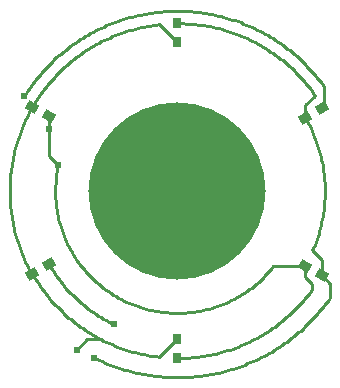
<source format=gtl>
G04*
G04 #@! TF.GenerationSoftware,Altium Limited,Altium Designer,18.0.12 (696)*
G04*
G04 Layer_Physical_Order=1*
G04 Layer_Color=255*
%FSLAX25Y25*%
%MOIN*%
G70*
G01*
G75*
%ADD16C,0.01000*%
%ADD17C,0.59055*%
G04:AMPARAMS|DCode=18|XSize=38mil|YSize=31mil|CornerRadius=0mil|HoleSize=0mil|Usage=FLASHONLY|Rotation=30.000|XOffset=0mil|YOffset=0mil|HoleType=Round|Shape=Rectangle|*
%AMROTATEDRECTD18*
4,1,4,-0.00870,-0.02292,-0.02420,0.00392,0.00870,0.02292,0.02420,-0.00392,-0.00870,-0.02292,0.0*
%
%ADD18ROTATEDRECTD18*%

G04:AMPARAMS|DCode=19|XSize=38mil|YSize=31mil|CornerRadius=0mil|HoleSize=0mil|Usage=FLASHONLY|Rotation=330.000|XOffset=0mil|YOffset=0mil|HoleType=Round|Shape=Rectangle|*
%AMROTATEDRECTD19*
4,1,4,-0.02420,-0.00392,-0.00870,0.02292,0.02420,0.00392,0.00870,-0.02292,-0.02420,-0.00392,0.0*
%
%ADD19ROTATEDRECTD19*%

%ADD20R,0.03100X0.03800*%
%ADD21C,0.02400*%
D16*
X534229Y175457D02*
X535124Y175019D01*
X536025Y174595D01*
X536934Y174185D01*
X537849Y173790D01*
X538770Y173410D01*
X539698Y173044D01*
X540630Y172694D01*
X541569Y172359D01*
X542513Y172038D01*
X543462Y171733D01*
X544415Y171443D01*
X545373Y171169D01*
X546336Y170910D01*
X547302Y170666D01*
X548272Y170438D01*
X549246Y170225D01*
X550223Y170028D01*
X551203Y169847D01*
X552185Y169682D01*
X553171Y169532D01*
X554158Y169398D01*
X555148Y169281D01*
X556140Y169178D01*
X557132Y169092D01*
X558127Y169022D01*
X559122Y168968D01*
X560118Y168930D01*
X561114Y168908D01*
X562111Y168901D01*
X563107Y168911D01*
X564104Y168937D01*
X565099Y168979D01*
X566094Y169036D01*
X567088Y169110D01*
X568081Y169200D01*
X569072Y169305D01*
X570061Y169427D01*
X571048Y169564D01*
X572033Y169717D01*
X573015Y169886D01*
X573994Y170071D01*
X574971Y170271D01*
X575944Y170487D01*
X576913Y170719D01*
X577879Y170966D01*
X578840Y171228D01*
X579797Y171506D01*
X580750Y171800D01*
X581697Y172108D01*
X582640Y172432D01*
X583577Y172771D01*
X584509Y173124D01*
X585435Y173493D01*
X586355Y173876D01*
X587268Y174275D01*
X588175Y174688D01*
X589076Y175115D01*
X589969Y175557D01*
X590855Y176013D01*
X591734Y176483D01*
X592605Y176967D01*
X593468Y177465D01*
X594323Y177977D01*
X595170Y178503D01*
X596008Y179042D01*
X596838Y179594D01*
X597658Y180160D01*
X598470Y180739D01*
X599272Y181330D01*
X600064Y181935D01*
X600846Y182552D01*
X601619Y183182D01*
X602381Y183824D01*
X603133Y184478D01*
X603875Y185144D01*
X604605Y185822D01*
X605325Y186512D01*
X606033Y187213D01*
X606730Y187925D01*
X607416Y188648D01*
X608089Y189383D01*
X608751Y190128D01*
X609401Y190883D01*
X610039Y191649D01*
X610665Y192425D01*
X611277Y193211D01*
X611877Y194007D01*
X612465Y194812D01*
X613039Y195626D01*
X536536Y181569D02*
X537444Y181111D01*
X538362Y180670D01*
X539287Y180246D01*
X540219Y179839D01*
X541159Y179449D01*
X542106Y179076D01*
X543060Y178720D01*
X544020Y178383D01*
X544986Y178062D01*
X545957Y177760D01*
X546935Y177475D01*
X547917Y177208D01*
X548903Y176960D01*
X549895Y176729D01*
X550890Y176517D01*
X551889Y176322D01*
X552891Y176146D01*
X553897Y175989D01*
X554905Y175850D01*
X555915Y175729D01*
X555888Y286519D02*
X554892Y286400D01*
X553898Y286264D01*
X552907Y286109D01*
X551918Y285937D01*
X550933Y285747D01*
X549952Y285540D01*
X548974Y285314D01*
X548001Y285072D01*
X547032Y284811D01*
X546068Y284534D01*
X545109Y284239D01*
X544156Y283927D01*
X543208Y283598D01*
X542266Y283252D01*
X541331Y282889D01*
X540402Y282510D01*
X539481Y282114D01*
X538566Y281701D01*
X537660Y281272D01*
X536761Y280827D01*
X535870Y280365D01*
X534987Y279888D01*
X534114Y279395D01*
X533249Y278886D01*
X532394Y278362D01*
X531548Y277823D01*
X530712Y277268D01*
X529886Y276699D01*
X529070Y276115D01*
X528265Y275516D01*
X527471Y274903D01*
X526688Y274276D01*
X525917Y273635D01*
X525157Y272980D01*
X524409Y272311D01*
X523673Y271630D01*
X522949Y270935D01*
X522238Y270227D01*
X521540Y269506D01*
X520855Y268774D01*
X520184Y268028D01*
X519525Y267271D01*
X518881Y266503D01*
X518250Y265723D01*
X517633Y264931D01*
X517031Y264129D01*
X516443Y263316D01*
X515870Y262493D01*
X515312Y261659D01*
X514769Y260816D01*
X514241Y259963D01*
X513729Y259100D01*
X513729Y203400D02*
X514233Y202536D01*
X514753Y201681D01*
X515288Y200836D01*
X515838Y200001D01*
X516403Y199175D01*
X516983Y198360D01*
X517578Y197556D01*
X518187Y196762D01*
X518810Y195979D01*
X519447Y195208D01*
X520097Y194448D01*
X520762Y193700D01*
X521439Y192964D01*
X522130Y192241D01*
X522834Y191530D01*
X523550Y190832D01*
X524279Y190147D01*
X525020Y189474D01*
X525773Y188816D01*
X526538Y188171D01*
X527314Y187540D01*
X528101Y186923D01*
X528900Y186320D01*
X529709Y185732D01*
X530529Y185159D01*
X531358Y184600D01*
X532198Y184056D01*
X533047Y183528D01*
X533906Y183015D01*
X534774Y182517D01*
X535651Y182035D01*
X536536Y181569D01*
X607045Y211200D02*
X607437Y212118D01*
X607811Y213043D01*
X608166Y213976D01*
X608502Y214916D01*
X608818Y215862D01*
X609116Y216815D01*
X609394Y217773D01*
X609652Y218737D01*
X609891Y219706D01*
X610110Y220680D01*
X610310Y221657D01*
X610489Y222639D01*
X610649Y223624D01*
X610788Y224612D01*
X610908Y225603D01*
X611007Y226596D01*
X611087Y227591D01*
X611145Y228587D01*
X611184Y229585D01*
X611203Y230582D01*
X611201Y231580D01*
X611179Y232578D01*
X611137Y233575D01*
X611075Y234571D01*
X610992Y235566D01*
X610890Y236559D01*
X610767Y237549D01*
X610624Y238537D01*
X610461Y239521D01*
X610278Y240502D01*
X610076Y241480D01*
X609853Y242453D01*
X609611Y243421D01*
X609349Y244384D01*
X609068Y245341D01*
X608768Y246293D01*
X608448Y247238D01*
X608109Y248177D01*
X607751Y249109D01*
X607375Y250033D01*
X606979Y250949D01*
X606566Y251857D01*
X606133Y252757D01*
X605683Y253647D01*
X605215Y254529D01*
X604729Y255400D01*
X522300Y239700D02*
X522097Y238718D01*
X521919Y237731D01*
X521765Y236740D01*
X521636Y235745D01*
X521531Y234748D01*
X521451Y233748D01*
X521395Y232746D01*
X521365Y231744D01*
X521359Y230741D01*
X521378Y229738D01*
X521421Y228736D01*
X521489Y227735D01*
X521582Y226737D01*
X521700Y225741D01*
X521842Y224748D01*
X522008Y223759D01*
X522199Y222774D01*
X522414Y221794D01*
X522653Y220820D01*
X522917Y219852D01*
X523204Y218891D01*
X523514Y217938D01*
X523848Y216992D01*
X524205Y216055D01*
X524586Y215127D01*
X524989Y214208D01*
X525415Y213300D01*
X525862Y212403D01*
X526332Y211517D01*
X526824Y210643D01*
X527337Y209781D01*
X527871Y208932D01*
X528426Y208096D01*
X529002Y207275D01*
X529597Y206468D01*
X530212Y205676D01*
X530847Y204899D01*
X531500Y204138D01*
X532173Y203394D01*
X532863Y202666D01*
X533571Y201956D01*
X534296Y201263D01*
X535039Y200588D01*
X535797Y199932D01*
X536572Y199295D01*
X537362Y198677D01*
X538167Y198079D01*
X538987Y197501D01*
X539820Y196943D01*
X540668Y196406D01*
X541528Y195891D01*
X542400Y195396D01*
X543285Y194923D01*
X544181Y194473D01*
X545088Y194044D01*
X546005Y193638D01*
X546932Y193254D01*
X547867Y192894D01*
X548812Y192557D01*
X549765Y192243D01*
X550725Y191953D01*
X551692Y191687D01*
X552665Y191445D01*
X553644Y191226D01*
X554628Y191032D01*
X555617Y190862D01*
X556609Y190717D01*
X557605Y190596D01*
X558603Y190500D01*
X559604Y190429D01*
X560605Y190382D01*
X561608Y190360D01*
X562611Y190363D01*
X563614Y190390D01*
X564615Y190442D01*
X565615Y190519D01*
X566613Y190621D01*
X567608Y190747D01*
X568600Y190897D01*
X569587Y191072D01*
X570570Y191272D01*
X571548Y191495D01*
X572520Y191743D01*
X573486Y192015D01*
X574444Y192310D01*
X575395Y192629D01*
X576338Y192971D01*
X577272Y193336D01*
X578197Y193725D01*
X579111Y194136D01*
X580016Y194569D01*
X580909Y195025D01*
X581791Y195502D01*
X582661Y196002D01*
X583519Y196522D01*
X584363Y197064D01*
X585194Y197626D01*
X586010Y198208D01*
X586812Y198811D01*
X587599Y199433D01*
X588370Y200074D01*
X589125Y200734D01*
X589864Y201413D01*
X590585Y202109D01*
X591289Y202824D01*
X591976Y203555D01*
X592644Y204303D01*
X593293Y205067D01*
X593924Y205847D01*
X519271Y206600D02*
X519777Y205736D01*
X520299Y204882D01*
X520840Y204039D01*
X521397Y203206D01*
X521971Y202386D01*
X522561Y201577D01*
X523168Y200781D01*
X523791Y199997D01*
X524430Y199226D01*
X525084Y198468D01*
X525754Y197723D01*
X526439Y196993D01*
X527138Y196276D01*
X527852Y195574D01*
X528580Y194887D01*
X529321Y194214D01*
X530077Y193556D01*
X530845Y192915D01*
X531627Y192289D01*
X532421Y191679D01*
X533227Y191085D01*
X534045Y190508D01*
X534875Y189947D01*
X535716Y189404D01*
X536568Y188877D01*
X537430Y188369D01*
X538303Y187878D01*
X539185Y187404D01*
X540077Y186949D01*
X540978Y186512D01*
X611066Y265547D02*
X610486Y266356D01*
X609893Y267156D01*
X609286Y267946D01*
X608667Y268725D01*
X608034Y269495D01*
X607389Y270253D01*
X606732Y271001D01*
X606062Y271738D01*
X605379Y272463D01*
X604685Y273178D01*
X603980Y273880D01*
X603262Y274571D01*
X602534Y275250D01*
X601794Y275916D01*
X601043Y276570D01*
X600281Y277212D01*
X599509Y277841D01*
X598727Y278457D01*
X597934Y279060D01*
X597132Y279649D01*
X596319Y280226D01*
X595498Y280788D01*
X594667Y281337D01*
X593827Y281873D01*
X592979Y282394D01*
X592122Y282901D01*
X591256Y283394D01*
X590383Y283872D01*
X589501Y284335D01*
X588613Y284785D01*
X587716Y285219D01*
X586813Y285638D01*
X585903Y286042D01*
X584986Y286431D01*
X584063Y286805D01*
X583134Y287164D01*
X582199Y287507D01*
X581259Y287834D01*
X580313Y288146D01*
X579362Y288442D01*
X578406Y288722D01*
X577446Y288986D01*
X576482Y289235D01*
X575514Y289467D01*
X574542Y289683D01*
X573566Y289883D01*
X572587Y290067D01*
X571606Y290234D01*
X570621Y290386D01*
X569635Y290521D01*
X568646Y290639D01*
X567655Y290741D01*
X566663Y290827D01*
X565670Y290896D01*
X564675Y290949D01*
X563680Y290985D01*
X562684Y291004D01*
X561689Y291007D01*
X560693Y290994D01*
X559697Y290964D01*
X558703Y290918D01*
X557709Y290855D01*
X556716Y290775D01*
X555725Y290679D01*
X554736Y290567D01*
X553748Y290438D01*
X552763Y290293D01*
X551780Y290132D01*
X550800Y289954D01*
X549824Y289760D01*
X548850Y289550D01*
X547880Y289323D01*
X546914Y289081D01*
X545953Y288823D01*
X544995Y288549D01*
X544043Y288259D01*
X543095Y287953D01*
X542153Y287631D01*
X541216Y287294D01*
X540284Y286941D01*
X539359Y286573D01*
X538440Y286190D01*
X537527Y285791D01*
X536621Y285378D01*
X535722Y284949D01*
X534831Y284506D01*
X533947Y284047D01*
X533070Y283574D01*
X532202Y283087D01*
X531342Y282585D01*
X530490Y282070D01*
X529647Y281540D01*
X528812Y280996D01*
X527987Y280438D01*
X527172Y279867D01*
X526365Y279282D01*
X525569Y278684D01*
X524783Y278073D01*
X524007Y277449D01*
X523241Y276812D01*
X522486Y276163D01*
X521742Y275501D01*
X521009Y274827D01*
X520288Y274140D01*
X519578Y273442D01*
X518879Y272732D01*
X518193Y272011D01*
X517518Y271279D01*
X516856Y270535D01*
X516206Y269780D01*
X515569Y269015D01*
X514944Y268239D01*
X514333Y267453D01*
X513734Y266657D01*
X513149Y265851D01*
X512578Y265036D01*
X512020Y264211D01*
X511476Y263377D01*
X510945Y262534D01*
X562000Y175300D02*
X562992Y175309D01*
X563984Y175335D01*
X564975Y175380D01*
X565965Y175441D01*
X566954Y175521D01*
X567942Y175618D01*
X568927Y175732D01*
X569910Y175865D01*
X570891Y176014D01*
X571869Y176181D01*
X572844Y176366D01*
X573815Y176568D01*
X574783Y176787D01*
X575746Y177023D01*
X576706Y177276D01*
X577660Y177547D01*
X578610Y177834D01*
X579554Y178138D01*
X580493Y178460D01*
X581426Y178797D01*
X582352Y179151D01*
X583273Y179522D01*
X584186Y179909D01*
X585093Y180313D01*
X585992Y180732D01*
X586883Y181167D01*
X587767Y181618D01*
X588643Y182085D01*
X589510Y182568D01*
X590368Y183065D01*
X591217Y183578D01*
X592057Y184106D01*
X592888Y184649D01*
X593708Y185206D01*
X594519Y185778D01*
X595319Y186365D01*
X596109Y186965D01*
X596888Y187580D01*
X597656Y188208D01*
X598412Y188850D01*
X599157Y189505D01*
X599890Y190173D01*
X600612Y190855D01*
X601321Y191549D01*
X602017Y192255D01*
X602701Y192974D01*
X603371Y193705D01*
X604029Y194448D01*
X604674Y195203D01*
X605304Y195968D01*
X605922Y196745D01*
X606525Y197533D01*
X607114Y198331D01*
X607961Y262819D02*
X607384Y263635D01*
X606794Y264441D01*
X606189Y265236D01*
X605570Y266021D01*
X604937Y266794D01*
X604290Y267556D01*
X603630Y268306D01*
X602957Y269044D01*
X602270Y269770D01*
X601571Y270484D01*
X600859Y271185D01*
X600134Y271873D01*
X599398Y272548D01*
X598649Y273210D01*
X597889Y273858D01*
X597117Y274493D01*
X596334Y275113D01*
X595540Y275720D01*
X594735Y276312D01*
X593920Y276890D01*
X593095Y277453D01*
X592260Y278002D01*
X591415Y278535D01*
X590560Y279053D01*
X589697Y279556D01*
X588825Y280043D01*
X587944Y280515D01*
X587054Y280971D01*
X586157Y281411D01*
X585252Y281834D01*
X584340Y282242D01*
X583421Y282633D01*
X582494Y283008D01*
X581561Y283366D01*
X580622Y283707D01*
X579677Y284031D01*
X578726Y284339D01*
X577770Y284629D01*
X576809Y284903D01*
X575843Y285159D01*
X574873Y285398D01*
X573899Y285619D01*
X572921Y285823D01*
X571939Y286009D01*
X570954Y286178D01*
X569967Y286329D01*
X568976Y286463D01*
X567984Y286579D01*
X566990Y286677D01*
X565993Y286757D01*
X564996Y286820D01*
X563998Y286864D01*
X562999Y286891D01*
X562000Y286900D01*
X513729Y259100D02*
X513235Y258233D01*
X512756Y257358D01*
X512293Y256474D01*
X511846Y255582D01*
X511415Y254682D01*
X511000Y253775D01*
X510601Y252860D01*
X510219Y251939D01*
X509853Y251010D01*
X509504Y250076D01*
X509171Y249135D01*
X508856Y248188D01*
X508557Y247236D01*
X508276Y246279D01*
X508011Y245317D01*
X507764Y244350D01*
X507535Y243379D01*
X507322Y242404D01*
X507127Y241426D01*
X506950Y240444D01*
X506790Y239459D01*
X506647Y238471D01*
X506523Y237481D01*
X506416Y236489D01*
X506327Y235496D01*
X506255Y234500D01*
X506202Y233504D01*
X506166Y232507D01*
X506148Y231509D01*
X506148Y230512D01*
X506165Y229514D01*
X506201Y228517D01*
X506254Y227520D01*
X506325Y226525D01*
X506414Y225531D01*
X506520Y224539D01*
X506645Y223549D01*
X506787Y222562D01*
X506946Y221577D01*
X507123Y220595D01*
X507318Y219616D01*
X507530Y218641D01*
X507759Y217670D01*
X508006Y216704D01*
X508270Y215741D01*
X508551Y214784D01*
X508849Y213832D01*
X509165Y212885D01*
X509497Y211944D01*
X509845Y211009D01*
X510211Y210081D01*
X510593Y209159D01*
X510991Y208244D01*
X511406Y207337D01*
X511836Y206437D01*
X512283Y205545D01*
X512746Y204661D01*
X513224Y203785D01*
X513718Y202918D01*
X613039Y195626D02*
Y200132D01*
Y195626D02*
Y195626D01*
X610271Y202900D02*
X613039Y200132D01*
X555888Y286519D02*
X561907Y280500D01*
X532069Y181569D02*
X536536D01*
X555915Y175729D02*
X561886Y181700D01*
X528500Y178000D02*
X532069Y181569D01*
X607045Y211200D02*
X610271Y207974D01*
Y202900D02*
Y207974D01*
X593924Y205848D02*
X604476D01*
X604729Y206100D01*
X519271Y251500D02*
Y255900D01*
Y242729D02*
Y251500D01*
X611066Y259395D02*
Y265547D01*
X610271Y258600D02*
X611066Y259395D01*
X607114Y198331D02*
Y199886D01*
Y198331D02*
Y198331D01*
X604729Y202271D02*
Y206100D01*
Y202271D02*
X607114Y199886D01*
X561886Y181700D02*
X562000D01*
X604729Y259587D02*
X607961Y262819D01*
X604729Y255400D02*
Y259587D01*
X561907Y280500D02*
X562000D01*
X519271Y242729D02*
X522300Y239700D01*
X519271Y206600D02*
X520000Y205871D01*
D17*
X562000Y231000D02*
D03*
D18*
X610271Y258600D02*
D03*
X604729Y255400D02*
D03*
X513729Y203400D02*
D03*
X519271Y206600D02*
D03*
D19*
X610271Y202900D02*
D03*
X604729Y206100D02*
D03*
X513729Y259100D02*
D03*
X519271Y255900D02*
D03*
D20*
X562000Y175300D02*
D03*
Y181700D02*
D03*
Y286900D02*
D03*
Y280500D02*
D03*
D21*
X534229Y175457D02*
D03*
X540978Y186512D02*
D03*
X519271Y251500D02*
D03*
X510945Y262534D02*
D03*
X528500Y178000D02*
D03*
X522300Y239700D02*
D03*
X562000Y231000D02*
D03*
M02*

</source>
